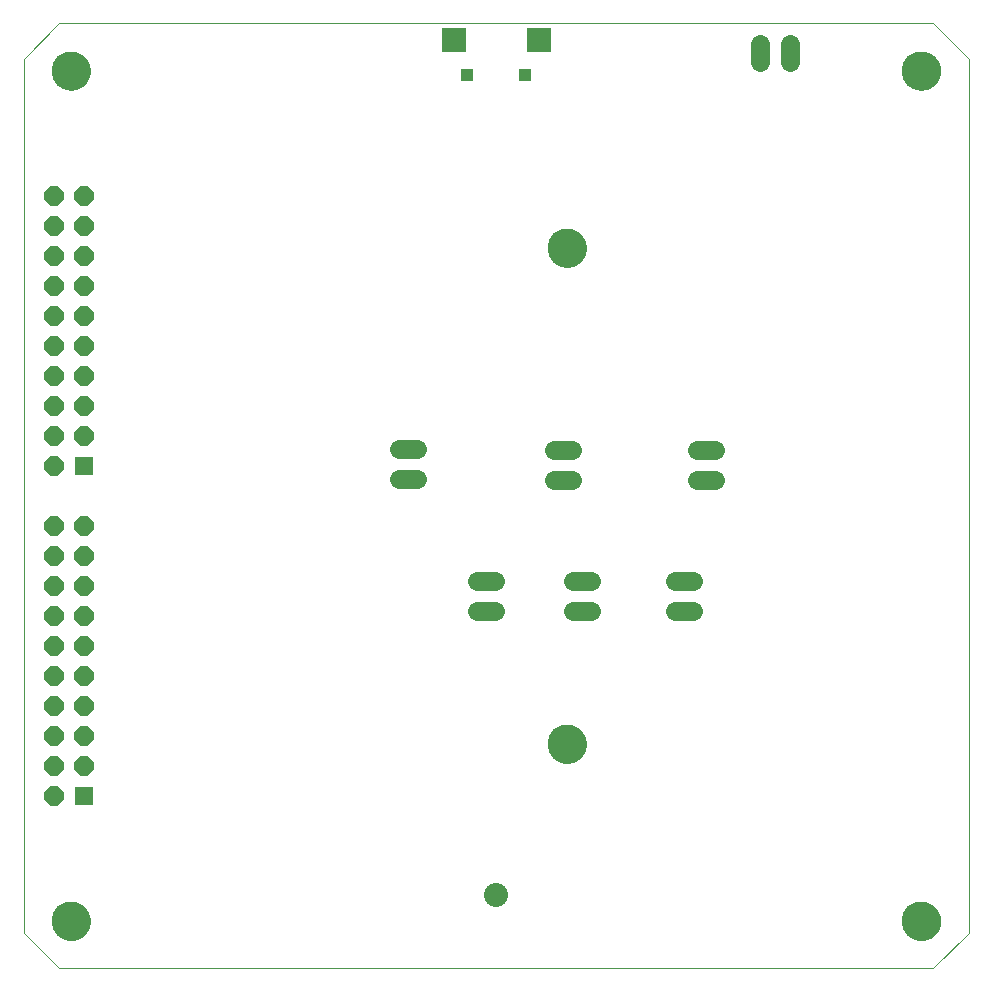
<source format=gbs>
G75*
%MOIN*%
%OFA0B0*%
%FSLAX25Y25*%
%IPPOS*%
%LPD*%
%AMOC8*
5,1,8,0,0,1.08239X$1,22.5*
%
%ADD10C,0.08000*%
%ADD11R,0.04172X0.04172*%
%ADD12R,0.08000X0.08000*%
%ADD13C,0.06400*%
%ADD14C,0.00000*%
%ADD15C,0.12998*%
%ADD16OC8,0.06400*%
%ADD17R,0.06400X0.06400*%
D10*
X0178500Y0041500D03*
D11*
X0168953Y0314874D03*
X0188047Y0314874D03*
D12*
X0192673Y0326291D03*
X0164327Y0326291D03*
D13*
X0266500Y0325000D02*
X0266500Y0319000D01*
X0276500Y0319000D02*
X0276500Y0325000D01*
X0251600Y0189800D02*
X0245600Y0189800D01*
X0245600Y0179800D02*
X0251600Y0179800D01*
X0244000Y0146000D02*
X0238000Y0146000D01*
X0238000Y0136000D02*
X0244000Y0136000D01*
X0210000Y0136000D02*
X0204000Y0136000D01*
X0204000Y0146000D02*
X0210000Y0146000D01*
X0178000Y0146000D02*
X0172000Y0146000D01*
X0172000Y0136000D02*
X0178000Y0136000D01*
X0197800Y0179900D02*
X0203800Y0179900D01*
X0203800Y0189900D02*
X0197800Y0189900D01*
X0152100Y0190000D02*
X0146100Y0190000D01*
X0146100Y0180000D02*
X0152100Y0180000D01*
D14*
X0021000Y0028811D02*
X0032811Y0017000D01*
X0324150Y0017000D01*
X0335961Y0028811D01*
X0335961Y0320150D01*
X0324150Y0331961D01*
X0032811Y0331961D01*
X0021000Y0320150D01*
X0021000Y0028811D01*
X0030449Y0032748D02*
X0030451Y0032906D01*
X0030457Y0033064D01*
X0030467Y0033222D01*
X0030481Y0033380D01*
X0030499Y0033537D01*
X0030520Y0033694D01*
X0030546Y0033850D01*
X0030576Y0034006D01*
X0030609Y0034161D01*
X0030647Y0034314D01*
X0030688Y0034467D01*
X0030733Y0034619D01*
X0030782Y0034770D01*
X0030835Y0034919D01*
X0030891Y0035067D01*
X0030951Y0035213D01*
X0031015Y0035358D01*
X0031083Y0035501D01*
X0031154Y0035643D01*
X0031228Y0035783D01*
X0031306Y0035920D01*
X0031388Y0036056D01*
X0031472Y0036190D01*
X0031561Y0036321D01*
X0031652Y0036450D01*
X0031747Y0036577D01*
X0031844Y0036702D01*
X0031945Y0036824D01*
X0032049Y0036943D01*
X0032156Y0037060D01*
X0032266Y0037174D01*
X0032379Y0037285D01*
X0032494Y0037394D01*
X0032612Y0037499D01*
X0032733Y0037601D01*
X0032856Y0037701D01*
X0032982Y0037797D01*
X0033110Y0037890D01*
X0033240Y0037980D01*
X0033373Y0038066D01*
X0033508Y0038150D01*
X0033644Y0038229D01*
X0033783Y0038306D01*
X0033924Y0038378D01*
X0034066Y0038448D01*
X0034210Y0038513D01*
X0034356Y0038575D01*
X0034503Y0038633D01*
X0034652Y0038688D01*
X0034802Y0038739D01*
X0034953Y0038786D01*
X0035105Y0038829D01*
X0035258Y0038868D01*
X0035413Y0038904D01*
X0035568Y0038935D01*
X0035724Y0038963D01*
X0035880Y0038987D01*
X0036037Y0039007D01*
X0036195Y0039023D01*
X0036352Y0039035D01*
X0036511Y0039043D01*
X0036669Y0039047D01*
X0036827Y0039047D01*
X0036985Y0039043D01*
X0037144Y0039035D01*
X0037301Y0039023D01*
X0037459Y0039007D01*
X0037616Y0038987D01*
X0037772Y0038963D01*
X0037928Y0038935D01*
X0038083Y0038904D01*
X0038238Y0038868D01*
X0038391Y0038829D01*
X0038543Y0038786D01*
X0038694Y0038739D01*
X0038844Y0038688D01*
X0038993Y0038633D01*
X0039140Y0038575D01*
X0039286Y0038513D01*
X0039430Y0038448D01*
X0039572Y0038378D01*
X0039713Y0038306D01*
X0039852Y0038229D01*
X0039988Y0038150D01*
X0040123Y0038066D01*
X0040256Y0037980D01*
X0040386Y0037890D01*
X0040514Y0037797D01*
X0040640Y0037701D01*
X0040763Y0037601D01*
X0040884Y0037499D01*
X0041002Y0037394D01*
X0041117Y0037285D01*
X0041230Y0037174D01*
X0041340Y0037060D01*
X0041447Y0036943D01*
X0041551Y0036824D01*
X0041652Y0036702D01*
X0041749Y0036577D01*
X0041844Y0036450D01*
X0041935Y0036321D01*
X0042024Y0036190D01*
X0042108Y0036056D01*
X0042190Y0035920D01*
X0042268Y0035783D01*
X0042342Y0035643D01*
X0042413Y0035501D01*
X0042481Y0035358D01*
X0042545Y0035213D01*
X0042605Y0035067D01*
X0042661Y0034919D01*
X0042714Y0034770D01*
X0042763Y0034619D01*
X0042808Y0034467D01*
X0042849Y0034314D01*
X0042887Y0034161D01*
X0042920Y0034006D01*
X0042950Y0033850D01*
X0042976Y0033694D01*
X0042997Y0033537D01*
X0043015Y0033380D01*
X0043029Y0033222D01*
X0043039Y0033064D01*
X0043045Y0032906D01*
X0043047Y0032748D01*
X0043045Y0032590D01*
X0043039Y0032432D01*
X0043029Y0032274D01*
X0043015Y0032116D01*
X0042997Y0031959D01*
X0042976Y0031802D01*
X0042950Y0031646D01*
X0042920Y0031490D01*
X0042887Y0031335D01*
X0042849Y0031182D01*
X0042808Y0031029D01*
X0042763Y0030877D01*
X0042714Y0030726D01*
X0042661Y0030577D01*
X0042605Y0030429D01*
X0042545Y0030283D01*
X0042481Y0030138D01*
X0042413Y0029995D01*
X0042342Y0029853D01*
X0042268Y0029713D01*
X0042190Y0029576D01*
X0042108Y0029440D01*
X0042024Y0029306D01*
X0041935Y0029175D01*
X0041844Y0029046D01*
X0041749Y0028919D01*
X0041652Y0028794D01*
X0041551Y0028672D01*
X0041447Y0028553D01*
X0041340Y0028436D01*
X0041230Y0028322D01*
X0041117Y0028211D01*
X0041002Y0028102D01*
X0040884Y0027997D01*
X0040763Y0027895D01*
X0040640Y0027795D01*
X0040514Y0027699D01*
X0040386Y0027606D01*
X0040256Y0027516D01*
X0040123Y0027430D01*
X0039988Y0027346D01*
X0039852Y0027267D01*
X0039713Y0027190D01*
X0039572Y0027118D01*
X0039430Y0027048D01*
X0039286Y0026983D01*
X0039140Y0026921D01*
X0038993Y0026863D01*
X0038844Y0026808D01*
X0038694Y0026757D01*
X0038543Y0026710D01*
X0038391Y0026667D01*
X0038238Y0026628D01*
X0038083Y0026592D01*
X0037928Y0026561D01*
X0037772Y0026533D01*
X0037616Y0026509D01*
X0037459Y0026489D01*
X0037301Y0026473D01*
X0037144Y0026461D01*
X0036985Y0026453D01*
X0036827Y0026449D01*
X0036669Y0026449D01*
X0036511Y0026453D01*
X0036352Y0026461D01*
X0036195Y0026473D01*
X0036037Y0026489D01*
X0035880Y0026509D01*
X0035724Y0026533D01*
X0035568Y0026561D01*
X0035413Y0026592D01*
X0035258Y0026628D01*
X0035105Y0026667D01*
X0034953Y0026710D01*
X0034802Y0026757D01*
X0034652Y0026808D01*
X0034503Y0026863D01*
X0034356Y0026921D01*
X0034210Y0026983D01*
X0034066Y0027048D01*
X0033924Y0027118D01*
X0033783Y0027190D01*
X0033644Y0027267D01*
X0033508Y0027346D01*
X0033373Y0027430D01*
X0033240Y0027516D01*
X0033110Y0027606D01*
X0032982Y0027699D01*
X0032856Y0027795D01*
X0032733Y0027895D01*
X0032612Y0027997D01*
X0032494Y0028102D01*
X0032379Y0028211D01*
X0032266Y0028322D01*
X0032156Y0028436D01*
X0032049Y0028553D01*
X0031945Y0028672D01*
X0031844Y0028794D01*
X0031747Y0028919D01*
X0031652Y0029046D01*
X0031561Y0029175D01*
X0031472Y0029306D01*
X0031388Y0029440D01*
X0031306Y0029576D01*
X0031228Y0029713D01*
X0031154Y0029853D01*
X0031083Y0029995D01*
X0031015Y0030138D01*
X0030951Y0030283D01*
X0030891Y0030429D01*
X0030835Y0030577D01*
X0030782Y0030726D01*
X0030733Y0030877D01*
X0030688Y0031029D01*
X0030647Y0031182D01*
X0030609Y0031335D01*
X0030576Y0031490D01*
X0030546Y0031646D01*
X0030520Y0031802D01*
X0030499Y0031959D01*
X0030481Y0032116D01*
X0030467Y0032274D01*
X0030457Y0032432D01*
X0030451Y0032590D01*
X0030449Y0032748D01*
X0195803Y0091803D02*
X0195805Y0091961D01*
X0195811Y0092119D01*
X0195821Y0092277D01*
X0195835Y0092435D01*
X0195853Y0092592D01*
X0195874Y0092749D01*
X0195900Y0092905D01*
X0195930Y0093061D01*
X0195963Y0093216D01*
X0196001Y0093369D01*
X0196042Y0093522D01*
X0196087Y0093674D01*
X0196136Y0093825D01*
X0196189Y0093974D01*
X0196245Y0094122D01*
X0196305Y0094268D01*
X0196369Y0094413D01*
X0196437Y0094556D01*
X0196508Y0094698D01*
X0196582Y0094838D01*
X0196660Y0094975D01*
X0196742Y0095111D01*
X0196826Y0095245D01*
X0196915Y0095376D01*
X0197006Y0095505D01*
X0197101Y0095632D01*
X0197198Y0095757D01*
X0197299Y0095879D01*
X0197403Y0095998D01*
X0197510Y0096115D01*
X0197620Y0096229D01*
X0197733Y0096340D01*
X0197848Y0096449D01*
X0197966Y0096554D01*
X0198087Y0096656D01*
X0198210Y0096756D01*
X0198336Y0096852D01*
X0198464Y0096945D01*
X0198594Y0097035D01*
X0198727Y0097121D01*
X0198862Y0097205D01*
X0198998Y0097284D01*
X0199137Y0097361D01*
X0199278Y0097433D01*
X0199420Y0097503D01*
X0199564Y0097568D01*
X0199710Y0097630D01*
X0199857Y0097688D01*
X0200006Y0097743D01*
X0200156Y0097794D01*
X0200307Y0097841D01*
X0200459Y0097884D01*
X0200612Y0097923D01*
X0200767Y0097959D01*
X0200922Y0097990D01*
X0201078Y0098018D01*
X0201234Y0098042D01*
X0201391Y0098062D01*
X0201549Y0098078D01*
X0201706Y0098090D01*
X0201865Y0098098D01*
X0202023Y0098102D01*
X0202181Y0098102D01*
X0202339Y0098098D01*
X0202498Y0098090D01*
X0202655Y0098078D01*
X0202813Y0098062D01*
X0202970Y0098042D01*
X0203126Y0098018D01*
X0203282Y0097990D01*
X0203437Y0097959D01*
X0203592Y0097923D01*
X0203745Y0097884D01*
X0203897Y0097841D01*
X0204048Y0097794D01*
X0204198Y0097743D01*
X0204347Y0097688D01*
X0204494Y0097630D01*
X0204640Y0097568D01*
X0204784Y0097503D01*
X0204926Y0097433D01*
X0205067Y0097361D01*
X0205206Y0097284D01*
X0205342Y0097205D01*
X0205477Y0097121D01*
X0205610Y0097035D01*
X0205740Y0096945D01*
X0205868Y0096852D01*
X0205994Y0096756D01*
X0206117Y0096656D01*
X0206238Y0096554D01*
X0206356Y0096449D01*
X0206471Y0096340D01*
X0206584Y0096229D01*
X0206694Y0096115D01*
X0206801Y0095998D01*
X0206905Y0095879D01*
X0207006Y0095757D01*
X0207103Y0095632D01*
X0207198Y0095505D01*
X0207289Y0095376D01*
X0207378Y0095245D01*
X0207462Y0095111D01*
X0207544Y0094975D01*
X0207622Y0094838D01*
X0207696Y0094698D01*
X0207767Y0094556D01*
X0207835Y0094413D01*
X0207899Y0094268D01*
X0207959Y0094122D01*
X0208015Y0093974D01*
X0208068Y0093825D01*
X0208117Y0093674D01*
X0208162Y0093522D01*
X0208203Y0093369D01*
X0208241Y0093216D01*
X0208274Y0093061D01*
X0208304Y0092905D01*
X0208330Y0092749D01*
X0208351Y0092592D01*
X0208369Y0092435D01*
X0208383Y0092277D01*
X0208393Y0092119D01*
X0208399Y0091961D01*
X0208401Y0091803D01*
X0208399Y0091645D01*
X0208393Y0091487D01*
X0208383Y0091329D01*
X0208369Y0091171D01*
X0208351Y0091014D01*
X0208330Y0090857D01*
X0208304Y0090701D01*
X0208274Y0090545D01*
X0208241Y0090390D01*
X0208203Y0090237D01*
X0208162Y0090084D01*
X0208117Y0089932D01*
X0208068Y0089781D01*
X0208015Y0089632D01*
X0207959Y0089484D01*
X0207899Y0089338D01*
X0207835Y0089193D01*
X0207767Y0089050D01*
X0207696Y0088908D01*
X0207622Y0088768D01*
X0207544Y0088631D01*
X0207462Y0088495D01*
X0207378Y0088361D01*
X0207289Y0088230D01*
X0207198Y0088101D01*
X0207103Y0087974D01*
X0207006Y0087849D01*
X0206905Y0087727D01*
X0206801Y0087608D01*
X0206694Y0087491D01*
X0206584Y0087377D01*
X0206471Y0087266D01*
X0206356Y0087157D01*
X0206238Y0087052D01*
X0206117Y0086950D01*
X0205994Y0086850D01*
X0205868Y0086754D01*
X0205740Y0086661D01*
X0205610Y0086571D01*
X0205477Y0086485D01*
X0205342Y0086401D01*
X0205206Y0086322D01*
X0205067Y0086245D01*
X0204926Y0086173D01*
X0204784Y0086103D01*
X0204640Y0086038D01*
X0204494Y0085976D01*
X0204347Y0085918D01*
X0204198Y0085863D01*
X0204048Y0085812D01*
X0203897Y0085765D01*
X0203745Y0085722D01*
X0203592Y0085683D01*
X0203437Y0085647D01*
X0203282Y0085616D01*
X0203126Y0085588D01*
X0202970Y0085564D01*
X0202813Y0085544D01*
X0202655Y0085528D01*
X0202498Y0085516D01*
X0202339Y0085508D01*
X0202181Y0085504D01*
X0202023Y0085504D01*
X0201865Y0085508D01*
X0201706Y0085516D01*
X0201549Y0085528D01*
X0201391Y0085544D01*
X0201234Y0085564D01*
X0201078Y0085588D01*
X0200922Y0085616D01*
X0200767Y0085647D01*
X0200612Y0085683D01*
X0200459Y0085722D01*
X0200307Y0085765D01*
X0200156Y0085812D01*
X0200006Y0085863D01*
X0199857Y0085918D01*
X0199710Y0085976D01*
X0199564Y0086038D01*
X0199420Y0086103D01*
X0199278Y0086173D01*
X0199137Y0086245D01*
X0198998Y0086322D01*
X0198862Y0086401D01*
X0198727Y0086485D01*
X0198594Y0086571D01*
X0198464Y0086661D01*
X0198336Y0086754D01*
X0198210Y0086850D01*
X0198087Y0086950D01*
X0197966Y0087052D01*
X0197848Y0087157D01*
X0197733Y0087266D01*
X0197620Y0087377D01*
X0197510Y0087491D01*
X0197403Y0087608D01*
X0197299Y0087727D01*
X0197198Y0087849D01*
X0197101Y0087974D01*
X0197006Y0088101D01*
X0196915Y0088230D01*
X0196826Y0088361D01*
X0196742Y0088495D01*
X0196660Y0088631D01*
X0196582Y0088768D01*
X0196508Y0088908D01*
X0196437Y0089050D01*
X0196369Y0089193D01*
X0196305Y0089338D01*
X0196245Y0089484D01*
X0196189Y0089632D01*
X0196136Y0089781D01*
X0196087Y0089932D01*
X0196042Y0090084D01*
X0196001Y0090237D01*
X0195963Y0090390D01*
X0195930Y0090545D01*
X0195900Y0090701D01*
X0195874Y0090857D01*
X0195853Y0091014D01*
X0195835Y0091171D01*
X0195821Y0091329D01*
X0195811Y0091487D01*
X0195805Y0091645D01*
X0195803Y0091803D01*
X0313914Y0032748D02*
X0313916Y0032906D01*
X0313922Y0033064D01*
X0313932Y0033222D01*
X0313946Y0033380D01*
X0313964Y0033537D01*
X0313985Y0033694D01*
X0314011Y0033850D01*
X0314041Y0034006D01*
X0314074Y0034161D01*
X0314112Y0034314D01*
X0314153Y0034467D01*
X0314198Y0034619D01*
X0314247Y0034770D01*
X0314300Y0034919D01*
X0314356Y0035067D01*
X0314416Y0035213D01*
X0314480Y0035358D01*
X0314548Y0035501D01*
X0314619Y0035643D01*
X0314693Y0035783D01*
X0314771Y0035920D01*
X0314853Y0036056D01*
X0314937Y0036190D01*
X0315026Y0036321D01*
X0315117Y0036450D01*
X0315212Y0036577D01*
X0315309Y0036702D01*
X0315410Y0036824D01*
X0315514Y0036943D01*
X0315621Y0037060D01*
X0315731Y0037174D01*
X0315844Y0037285D01*
X0315959Y0037394D01*
X0316077Y0037499D01*
X0316198Y0037601D01*
X0316321Y0037701D01*
X0316447Y0037797D01*
X0316575Y0037890D01*
X0316705Y0037980D01*
X0316838Y0038066D01*
X0316973Y0038150D01*
X0317109Y0038229D01*
X0317248Y0038306D01*
X0317389Y0038378D01*
X0317531Y0038448D01*
X0317675Y0038513D01*
X0317821Y0038575D01*
X0317968Y0038633D01*
X0318117Y0038688D01*
X0318267Y0038739D01*
X0318418Y0038786D01*
X0318570Y0038829D01*
X0318723Y0038868D01*
X0318878Y0038904D01*
X0319033Y0038935D01*
X0319189Y0038963D01*
X0319345Y0038987D01*
X0319502Y0039007D01*
X0319660Y0039023D01*
X0319817Y0039035D01*
X0319976Y0039043D01*
X0320134Y0039047D01*
X0320292Y0039047D01*
X0320450Y0039043D01*
X0320609Y0039035D01*
X0320766Y0039023D01*
X0320924Y0039007D01*
X0321081Y0038987D01*
X0321237Y0038963D01*
X0321393Y0038935D01*
X0321548Y0038904D01*
X0321703Y0038868D01*
X0321856Y0038829D01*
X0322008Y0038786D01*
X0322159Y0038739D01*
X0322309Y0038688D01*
X0322458Y0038633D01*
X0322605Y0038575D01*
X0322751Y0038513D01*
X0322895Y0038448D01*
X0323037Y0038378D01*
X0323178Y0038306D01*
X0323317Y0038229D01*
X0323453Y0038150D01*
X0323588Y0038066D01*
X0323721Y0037980D01*
X0323851Y0037890D01*
X0323979Y0037797D01*
X0324105Y0037701D01*
X0324228Y0037601D01*
X0324349Y0037499D01*
X0324467Y0037394D01*
X0324582Y0037285D01*
X0324695Y0037174D01*
X0324805Y0037060D01*
X0324912Y0036943D01*
X0325016Y0036824D01*
X0325117Y0036702D01*
X0325214Y0036577D01*
X0325309Y0036450D01*
X0325400Y0036321D01*
X0325489Y0036190D01*
X0325573Y0036056D01*
X0325655Y0035920D01*
X0325733Y0035783D01*
X0325807Y0035643D01*
X0325878Y0035501D01*
X0325946Y0035358D01*
X0326010Y0035213D01*
X0326070Y0035067D01*
X0326126Y0034919D01*
X0326179Y0034770D01*
X0326228Y0034619D01*
X0326273Y0034467D01*
X0326314Y0034314D01*
X0326352Y0034161D01*
X0326385Y0034006D01*
X0326415Y0033850D01*
X0326441Y0033694D01*
X0326462Y0033537D01*
X0326480Y0033380D01*
X0326494Y0033222D01*
X0326504Y0033064D01*
X0326510Y0032906D01*
X0326512Y0032748D01*
X0326510Y0032590D01*
X0326504Y0032432D01*
X0326494Y0032274D01*
X0326480Y0032116D01*
X0326462Y0031959D01*
X0326441Y0031802D01*
X0326415Y0031646D01*
X0326385Y0031490D01*
X0326352Y0031335D01*
X0326314Y0031182D01*
X0326273Y0031029D01*
X0326228Y0030877D01*
X0326179Y0030726D01*
X0326126Y0030577D01*
X0326070Y0030429D01*
X0326010Y0030283D01*
X0325946Y0030138D01*
X0325878Y0029995D01*
X0325807Y0029853D01*
X0325733Y0029713D01*
X0325655Y0029576D01*
X0325573Y0029440D01*
X0325489Y0029306D01*
X0325400Y0029175D01*
X0325309Y0029046D01*
X0325214Y0028919D01*
X0325117Y0028794D01*
X0325016Y0028672D01*
X0324912Y0028553D01*
X0324805Y0028436D01*
X0324695Y0028322D01*
X0324582Y0028211D01*
X0324467Y0028102D01*
X0324349Y0027997D01*
X0324228Y0027895D01*
X0324105Y0027795D01*
X0323979Y0027699D01*
X0323851Y0027606D01*
X0323721Y0027516D01*
X0323588Y0027430D01*
X0323453Y0027346D01*
X0323317Y0027267D01*
X0323178Y0027190D01*
X0323037Y0027118D01*
X0322895Y0027048D01*
X0322751Y0026983D01*
X0322605Y0026921D01*
X0322458Y0026863D01*
X0322309Y0026808D01*
X0322159Y0026757D01*
X0322008Y0026710D01*
X0321856Y0026667D01*
X0321703Y0026628D01*
X0321548Y0026592D01*
X0321393Y0026561D01*
X0321237Y0026533D01*
X0321081Y0026509D01*
X0320924Y0026489D01*
X0320766Y0026473D01*
X0320609Y0026461D01*
X0320450Y0026453D01*
X0320292Y0026449D01*
X0320134Y0026449D01*
X0319976Y0026453D01*
X0319817Y0026461D01*
X0319660Y0026473D01*
X0319502Y0026489D01*
X0319345Y0026509D01*
X0319189Y0026533D01*
X0319033Y0026561D01*
X0318878Y0026592D01*
X0318723Y0026628D01*
X0318570Y0026667D01*
X0318418Y0026710D01*
X0318267Y0026757D01*
X0318117Y0026808D01*
X0317968Y0026863D01*
X0317821Y0026921D01*
X0317675Y0026983D01*
X0317531Y0027048D01*
X0317389Y0027118D01*
X0317248Y0027190D01*
X0317109Y0027267D01*
X0316973Y0027346D01*
X0316838Y0027430D01*
X0316705Y0027516D01*
X0316575Y0027606D01*
X0316447Y0027699D01*
X0316321Y0027795D01*
X0316198Y0027895D01*
X0316077Y0027997D01*
X0315959Y0028102D01*
X0315844Y0028211D01*
X0315731Y0028322D01*
X0315621Y0028436D01*
X0315514Y0028553D01*
X0315410Y0028672D01*
X0315309Y0028794D01*
X0315212Y0028919D01*
X0315117Y0029046D01*
X0315026Y0029175D01*
X0314937Y0029306D01*
X0314853Y0029440D01*
X0314771Y0029576D01*
X0314693Y0029713D01*
X0314619Y0029853D01*
X0314548Y0029995D01*
X0314480Y0030138D01*
X0314416Y0030283D01*
X0314356Y0030429D01*
X0314300Y0030577D01*
X0314247Y0030726D01*
X0314198Y0030877D01*
X0314153Y0031029D01*
X0314112Y0031182D01*
X0314074Y0031335D01*
X0314041Y0031490D01*
X0314011Y0031646D01*
X0313985Y0031802D01*
X0313964Y0031959D01*
X0313946Y0032116D01*
X0313932Y0032274D01*
X0313922Y0032432D01*
X0313916Y0032590D01*
X0313914Y0032748D01*
X0195803Y0257157D02*
X0195805Y0257315D01*
X0195811Y0257473D01*
X0195821Y0257631D01*
X0195835Y0257789D01*
X0195853Y0257946D01*
X0195874Y0258103D01*
X0195900Y0258259D01*
X0195930Y0258415D01*
X0195963Y0258570D01*
X0196001Y0258723D01*
X0196042Y0258876D01*
X0196087Y0259028D01*
X0196136Y0259179D01*
X0196189Y0259328D01*
X0196245Y0259476D01*
X0196305Y0259622D01*
X0196369Y0259767D01*
X0196437Y0259910D01*
X0196508Y0260052D01*
X0196582Y0260192D01*
X0196660Y0260329D01*
X0196742Y0260465D01*
X0196826Y0260599D01*
X0196915Y0260730D01*
X0197006Y0260859D01*
X0197101Y0260986D01*
X0197198Y0261111D01*
X0197299Y0261233D01*
X0197403Y0261352D01*
X0197510Y0261469D01*
X0197620Y0261583D01*
X0197733Y0261694D01*
X0197848Y0261803D01*
X0197966Y0261908D01*
X0198087Y0262010D01*
X0198210Y0262110D01*
X0198336Y0262206D01*
X0198464Y0262299D01*
X0198594Y0262389D01*
X0198727Y0262475D01*
X0198862Y0262559D01*
X0198998Y0262638D01*
X0199137Y0262715D01*
X0199278Y0262787D01*
X0199420Y0262857D01*
X0199564Y0262922D01*
X0199710Y0262984D01*
X0199857Y0263042D01*
X0200006Y0263097D01*
X0200156Y0263148D01*
X0200307Y0263195D01*
X0200459Y0263238D01*
X0200612Y0263277D01*
X0200767Y0263313D01*
X0200922Y0263344D01*
X0201078Y0263372D01*
X0201234Y0263396D01*
X0201391Y0263416D01*
X0201549Y0263432D01*
X0201706Y0263444D01*
X0201865Y0263452D01*
X0202023Y0263456D01*
X0202181Y0263456D01*
X0202339Y0263452D01*
X0202498Y0263444D01*
X0202655Y0263432D01*
X0202813Y0263416D01*
X0202970Y0263396D01*
X0203126Y0263372D01*
X0203282Y0263344D01*
X0203437Y0263313D01*
X0203592Y0263277D01*
X0203745Y0263238D01*
X0203897Y0263195D01*
X0204048Y0263148D01*
X0204198Y0263097D01*
X0204347Y0263042D01*
X0204494Y0262984D01*
X0204640Y0262922D01*
X0204784Y0262857D01*
X0204926Y0262787D01*
X0205067Y0262715D01*
X0205206Y0262638D01*
X0205342Y0262559D01*
X0205477Y0262475D01*
X0205610Y0262389D01*
X0205740Y0262299D01*
X0205868Y0262206D01*
X0205994Y0262110D01*
X0206117Y0262010D01*
X0206238Y0261908D01*
X0206356Y0261803D01*
X0206471Y0261694D01*
X0206584Y0261583D01*
X0206694Y0261469D01*
X0206801Y0261352D01*
X0206905Y0261233D01*
X0207006Y0261111D01*
X0207103Y0260986D01*
X0207198Y0260859D01*
X0207289Y0260730D01*
X0207378Y0260599D01*
X0207462Y0260465D01*
X0207544Y0260329D01*
X0207622Y0260192D01*
X0207696Y0260052D01*
X0207767Y0259910D01*
X0207835Y0259767D01*
X0207899Y0259622D01*
X0207959Y0259476D01*
X0208015Y0259328D01*
X0208068Y0259179D01*
X0208117Y0259028D01*
X0208162Y0258876D01*
X0208203Y0258723D01*
X0208241Y0258570D01*
X0208274Y0258415D01*
X0208304Y0258259D01*
X0208330Y0258103D01*
X0208351Y0257946D01*
X0208369Y0257789D01*
X0208383Y0257631D01*
X0208393Y0257473D01*
X0208399Y0257315D01*
X0208401Y0257157D01*
X0208399Y0256999D01*
X0208393Y0256841D01*
X0208383Y0256683D01*
X0208369Y0256525D01*
X0208351Y0256368D01*
X0208330Y0256211D01*
X0208304Y0256055D01*
X0208274Y0255899D01*
X0208241Y0255744D01*
X0208203Y0255591D01*
X0208162Y0255438D01*
X0208117Y0255286D01*
X0208068Y0255135D01*
X0208015Y0254986D01*
X0207959Y0254838D01*
X0207899Y0254692D01*
X0207835Y0254547D01*
X0207767Y0254404D01*
X0207696Y0254262D01*
X0207622Y0254122D01*
X0207544Y0253985D01*
X0207462Y0253849D01*
X0207378Y0253715D01*
X0207289Y0253584D01*
X0207198Y0253455D01*
X0207103Y0253328D01*
X0207006Y0253203D01*
X0206905Y0253081D01*
X0206801Y0252962D01*
X0206694Y0252845D01*
X0206584Y0252731D01*
X0206471Y0252620D01*
X0206356Y0252511D01*
X0206238Y0252406D01*
X0206117Y0252304D01*
X0205994Y0252204D01*
X0205868Y0252108D01*
X0205740Y0252015D01*
X0205610Y0251925D01*
X0205477Y0251839D01*
X0205342Y0251755D01*
X0205206Y0251676D01*
X0205067Y0251599D01*
X0204926Y0251527D01*
X0204784Y0251457D01*
X0204640Y0251392D01*
X0204494Y0251330D01*
X0204347Y0251272D01*
X0204198Y0251217D01*
X0204048Y0251166D01*
X0203897Y0251119D01*
X0203745Y0251076D01*
X0203592Y0251037D01*
X0203437Y0251001D01*
X0203282Y0250970D01*
X0203126Y0250942D01*
X0202970Y0250918D01*
X0202813Y0250898D01*
X0202655Y0250882D01*
X0202498Y0250870D01*
X0202339Y0250862D01*
X0202181Y0250858D01*
X0202023Y0250858D01*
X0201865Y0250862D01*
X0201706Y0250870D01*
X0201549Y0250882D01*
X0201391Y0250898D01*
X0201234Y0250918D01*
X0201078Y0250942D01*
X0200922Y0250970D01*
X0200767Y0251001D01*
X0200612Y0251037D01*
X0200459Y0251076D01*
X0200307Y0251119D01*
X0200156Y0251166D01*
X0200006Y0251217D01*
X0199857Y0251272D01*
X0199710Y0251330D01*
X0199564Y0251392D01*
X0199420Y0251457D01*
X0199278Y0251527D01*
X0199137Y0251599D01*
X0198998Y0251676D01*
X0198862Y0251755D01*
X0198727Y0251839D01*
X0198594Y0251925D01*
X0198464Y0252015D01*
X0198336Y0252108D01*
X0198210Y0252204D01*
X0198087Y0252304D01*
X0197966Y0252406D01*
X0197848Y0252511D01*
X0197733Y0252620D01*
X0197620Y0252731D01*
X0197510Y0252845D01*
X0197403Y0252962D01*
X0197299Y0253081D01*
X0197198Y0253203D01*
X0197101Y0253328D01*
X0197006Y0253455D01*
X0196915Y0253584D01*
X0196826Y0253715D01*
X0196742Y0253849D01*
X0196660Y0253985D01*
X0196582Y0254122D01*
X0196508Y0254262D01*
X0196437Y0254404D01*
X0196369Y0254547D01*
X0196305Y0254692D01*
X0196245Y0254838D01*
X0196189Y0254986D01*
X0196136Y0255135D01*
X0196087Y0255286D01*
X0196042Y0255438D01*
X0196001Y0255591D01*
X0195963Y0255744D01*
X0195930Y0255899D01*
X0195900Y0256055D01*
X0195874Y0256211D01*
X0195853Y0256368D01*
X0195835Y0256525D01*
X0195821Y0256683D01*
X0195811Y0256841D01*
X0195805Y0256999D01*
X0195803Y0257157D01*
X0313914Y0316213D02*
X0313916Y0316371D01*
X0313922Y0316529D01*
X0313932Y0316687D01*
X0313946Y0316845D01*
X0313964Y0317002D01*
X0313985Y0317159D01*
X0314011Y0317315D01*
X0314041Y0317471D01*
X0314074Y0317626D01*
X0314112Y0317779D01*
X0314153Y0317932D01*
X0314198Y0318084D01*
X0314247Y0318235D01*
X0314300Y0318384D01*
X0314356Y0318532D01*
X0314416Y0318678D01*
X0314480Y0318823D01*
X0314548Y0318966D01*
X0314619Y0319108D01*
X0314693Y0319248D01*
X0314771Y0319385D01*
X0314853Y0319521D01*
X0314937Y0319655D01*
X0315026Y0319786D01*
X0315117Y0319915D01*
X0315212Y0320042D01*
X0315309Y0320167D01*
X0315410Y0320289D01*
X0315514Y0320408D01*
X0315621Y0320525D01*
X0315731Y0320639D01*
X0315844Y0320750D01*
X0315959Y0320859D01*
X0316077Y0320964D01*
X0316198Y0321066D01*
X0316321Y0321166D01*
X0316447Y0321262D01*
X0316575Y0321355D01*
X0316705Y0321445D01*
X0316838Y0321531D01*
X0316973Y0321615D01*
X0317109Y0321694D01*
X0317248Y0321771D01*
X0317389Y0321843D01*
X0317531Y0321913D01*
X0317675Y0321978D01*
X0317821Y0322040D01*
X0317968Y0322098D01*
X0318117Y0322153D01*
X0318267Y0322204D01*
X0318418Y0322251D01*
X0318570Y0322294D01*
X0318723Y0322333D01*
X0318878Y0322369D01*
X0319033Y0322400D01*
X0319189Y0322428D01*
X0319345Y0322452D01*
X0319502Y0322472D01*
X0319660Y0322488D01*
X0319817Y0322500D01*
X0319976Y0322508D01*
X0320134Y0322512D01*
X0320292Y0322512D01*
X0320450Y0322508D01*
X0320609Y0322500D01*
X0320766Y0322488D01*
X0320924Y0322472D01*
X0321081Y0322452D01*
X0321237Y0322428D01*
X0321393Y0322400D01*
X0321548Y0322369D01*
X0321703Y0322333D01*
X0321856Y0322294D01*
X0322008Y0322251D01*
X0322159Y0322204D01*
X0322309Y0322153D01*
X0322458Y0322098D01*
X0322605Y0322040D01*
X0322751Y0321978D01*
X0322895Y0321913D01*
X0323037Y0321843D01*
X0323178Y0321771D01*
X0323317Y0321694D01*
X0323453Y0321615D01*
X0323588Y0321531D01*
X0323721Y0321445D01*
X0323851Y0321355D01*
X0323979Y0321262D01*
X0324105Y0321166D01*
X0324228Y0321066D01*
X0324349Y0320964D01*
X0324467Y0320859D01*
X0324582Y0320750D01*
X0324695Y0320639D01*
X0324805Y0320525D01*
X0324912Y0320408D01*
X0325016Y0320289D01*
X0325117Y0320167D01*
X0325214Y0320042D01*
X0325309Y0319915D01*
X0325400Y0319786D01*
X0325489Y0319655D01*
X0325573Y0319521D01*
X0325655Y0319385D01*
X0325733Y0319248D01*
X0325807Y0319108D01*
X0325878Y0318966D01*
X0325946Y0318823D01*
X0326010Y0318678D01*
X0326070Y0318532D01*
X0326126Y0318384D01*
X0326179Y0318235D01*
X0326228Y0318084D01*
X0326273Y0317932D01*
X0326314Y0317779D01*
X0326352Y0317626D01*
X0326385Y0317471D01*
X0326415Y0317315D01*
X0326441Y0317159D01*
X0326462Y0317002D01*
X0326480Y0316845D01*
X0326494Y0316687D01*
X0326504Y0316529D01*
X0326510Y0316371D01*
X0326512Y0316213D01*
X0326510Y0316055D01*
X0326504Y0315897D01*
X0326494Y0315739D01*
X0326480Y0315581D01*
X0326462Y0315424D01*
X0326441Y0315267D01*
X0326415Y0315111D01*
X0326385Y0314955D01*
X0326352Y0314800D01*
X0326314Y0314647D01*
X0326273Y0314494D01*
X0326228Y0314342D01*
X0326179Y0314191D01*
X0326126Y0314042D01*
X0326070Y0313894D01*
X0326010Y0313748D01*
X0325946Y0313603D01*
X0325878Y0313460D01*
X0325807Y0313318D01*
X0325733Y0313178D01*
X0325655Y0313041D01*
X0325573Y0312905D01*
X0325489Y0312771D01*
X0325400Y0312640D01*
X0325309Y0312511D01*
X0325214Y0312384D01*
X0325117Y0312259D01*
X0325016Y0312137D01*
X0324912Y0312018D01*
X0324805Y0311901D01*
X0324695Y0311787D01*
X0324582Y0311676D01*
X0324467Y0311567D01*
X0324349Y0311462D01*
X0324228Y0311360D01*
X0324105Y0311260D01*
X0323979Y0311164D01*
X0323851Y0311071D01*
X0323721Y0310981D01*
X0323588Y0310895D01*
X0323453Y0310811D01*
X0323317Y0310732D01*
X0323178Y0310655D01*
X0323037Y0310583D01*
X0322895Y0310513D01*
X0322751Y0310448D01*
X0322605Y0310386D01*
X0322458Y0310328D01*
X0322309Y0310273D01*
X0322159Y0310222D01*
X0322008Y0310175D01*
X0321856Y0310132D01*
X0321703Y0310093D01*
X0321548Y0310057D01*
X0321393Y0310026D01*
X0321237Y0309998D01*
X0321081Y0309974D01*
X0320924Y0309954D01*
X0320766Y0309938D01*
X0320609Y0309926D01*
X0320450Y0309918D01*
X0320292Y0309914D01*
X0320134Y0309914D01*
X0319976Y0309918D01*
X0319817Y0309926D01*
X0319660Y0309938D01*
X0319502Y0309954D01*
X0319345Y0309974D01*
X0319189Y0309998D01*
X0319033Y0310026D01*
X0318878Y0310057D01*
X0318723Y0310093D01*
X0318570Y0310132D01*
X0318418Y0310175D01*
X0318267Y0310222D01*
X0318117Y0310273D01*
X0317968Y0310328D01*
X0317821Y0310386D01*
X0317675Y0310448D01*
X0317531Y0310513D01*
X0317389Y0310583D01*
X0317248Y0310655D01*
X0317109Y0310732D01*
X0316973Y0310811D01*
X0316838Y0310895D01*
X0316705Y0310981D01*
X0316575Y0311071D01*
X0316447Y0311164D01*
X0316321Y0311260D01*
X0316198Y0311360D01*
X0316077Y0311462D01*
X0315959Y0311567D01*
X0315844Y0311676D01*
X0315731Y0311787D01*
X0315621Y0311901D01*
X0315514Y0312018D01*
X0315410Y0312137D01*
X0315309Y0312259D01*
X0315212Y0312384D01*
X0315117Y0312511D01*
X0315026Y0312640D01*
X0314937Y0312771D01*
X0314853Y0312905D01*
X0314771Y0313041D01*
X0314693Y0313178D01*
X0314619Y0313318D01*
X0314548Y0313460D01*
X0314480Y0313603D01*
X0314416Y0313748D01*
X0314356Y0313894D01*
X0314300Y0314042D01*
X0314247Y0314191D01*
X0314198Y0314342D01*
X0314153Y0314494D01*
X0314112Y0314647D01*
X0314074Y0314800D01*
X0314041Y0314955D01*
X0314011Y0315111D01*
X0313985Y0315267D01*
X0313964Y0315424D01*
X0313946Y0315581D01*
X0313932Y0315739D01*
X0313922Y0315897D01*
X0313916Y0316055D01*
X0313914Y0316213D01*
X0030449Y0316213D02*
X0030451Y0316371D01*
X0030457Y0316529D01*
X0030467Y0316687D01*
X0030481Y0316845D01*
X0030499Y0317002D01*
X0030520Y0317159D01*
X0030546Y0317315D01*
X0030576Y0317471D01*
X0030609Y0317626D01*
X0030647Y0317779D01*
X0030688Y0317932D01*
X0030733Y0318084D01*
X0030782Y0318235D01*
X0030835Y0318384D01*
X0030891Y0318532D01*
X0030951Y0318678D01*
X0031015Y0318823D01*
X0031083Y0318966D01*
X0031154Y0319108D01*
X0031228Y0319248D01*
X0031306Y0319385D01*
X0031388Y0319521D01*
X0031472Y0319655D01*
X0031561Y0319786D01*
X0031652Y0319915D01*
X0031747Y0320042D01*
X0031844Y0320167D01*
X0031945Y0320289D01*
X0032049Y0320408D01*
X0032156Y0320525D01*
X0032266Y0320639D01*
X0032379Y0320750D01*
X0032494Y0320859D01*
X0032612Y0320964D01*
X0032733Y0321066D01*
X0032856Y0321166D01*
X0032982Y0321262D01*
X0033110Y0321355D01*
X0033240Y0321445D01*
X0033373Y0321531D01*
X0033508Y0321615D01*
X0033644Y0321694D01*
X0033783Y0321771D01*
X0033924Y0321843D01*
X0034066Y0321913D01*
X0034210Y0321978D01*
X0034356Y0322040D01*
X0034503Y0322098D01*
X0034652Y0322153D01*
X0034802Y0322204D01*
X0034953Y0322251D01*
X0035105Y0322294D01*
X0035258Y0322333D01*
X0035413Y0322369D01*
X0035568Y0322400D01*
X0035724Y0322428D01*
X0035880Y0322452D01*
X0036037Y0322472D01*
X0036195Y0322488D01*
X0036352Y0322500D01*
X0036511Y0322508D01*
X0036669Y0322512D01*
X0036827Y0322512D01*
X0036985Y0322508D01*
X0037144Y0322500D01*
X0037301Y0322488D01*
X0037459Y0322472D01*
X0037616Y0322452D01*
X0037772Y0322428D01*
X0037928Y0322400D01*
X0038083Y0322369D01*
X0038238Y0322333D01*
X0038391Y0322294D01*
X0038543Y0322251D01*
X0038694Y0322204D01*
X0038844Y0322153D01*
X0038993Y0322098D01*
X0039140Y0322040D01*
X0039286Y0321978D01*
X0039430Y0321913D01*
X0039572Y0321843D01*
X0039713Y0321771D01*
X0039852Y0321694D01*
X0039988Y0321615D01*
X0040123Y0321531D01*
X0040256Y0321445D01*
X0040386Y0321355D01*
X0040514Y0321262D01*
X0040640Y0321166D01*
X0040763Y0321066D01*
X0040884Y0320964D01*
X0041002Y0320859D01*
X0041117Y0320750D01*
X0041230Y0320639D01*
X0041340Y0320525D01*
X0041447Y0320408D01*
X0041551Y0320289D01*
X0041652Y0320167D01*
X0041749Y0320042D01*
X0041844Y0319915D01*
X0041935Y0319786D01*
X0042024Y0319655D01*
X0042108Y0319521D01*
X0042190Y0319385D01*
X0042268Y0319248D01*
X0042342Y0319108D01*
X0042413Y0318966D01*
X0042481Y0318823D01*
X0042545Y0318678D01*
X0042605Y0318532D01*
X0042661Y0318384D01*
X0042714Y0318235D01*
X0042763Y0318084D01*
X0042808Y0317932D01*
X0042849Y0317779D01*
X0042887Y0317626D01*
X0042920Y0317471D01*
X0042950Y0317315D01*
X0042976Y0317159D01*
X0042997Y0317002D01*
X0043015Y0316845D01*
X0043029Y0316687D01*
X0043039Y0316529D01*
X0043045Y0316371D01*
X0043047Y0316213D01*
X0043045Y0316055D01*
X0043039Y0315897D01*
X0043029Y0315739D01*
X0043015Y0315581D01*
X0042997Y0315424D01*
X0042976Y0315267D01*
X0042950Y0315111D01*
X0042920Y0314955D01*
X0042887Y0314800D01*
X0042849Y0314647D01*
X0042808Y0314494D01*
X0042763Y0314342D01*
X0042714Y0314191D01*
X0042661Y0314042D01*
X0042605Y0313894D01*
X0042545Y0313748D01*
X0042481Y0313603D01*
X0042413Y0313460D01*
X0042342Y0313318D01*
X0042268Y0313178D01*
X0042190Y0313041D01*
X0042108Y0312905D01*
X0042024Y0312771D01*
X0041935Y0312640D01*
X0041844Y0312511D01*
X0041749Y0312384D01*
X0041652Y0312259D01*
X0041551Y0312137D01*
X0041447Y0312018D01*
X0041340Y0311901D01*
X0041230Y0311787D01*
X0041117Y0311676D01*
X0041002Y0311567D01*
X0040884Y0311462D01*
X0040763Y0311360D01*
X0040640Y0311260D01*
X0040514Y0311164D01*
X0040386Y0311071D01*
X0040256Y0310981D01*
X0040123Y0310895D01*
X0039988Y0310811D01*
X0039852Y0310732D01*
X0039713Y0310655D01*
X0039572Y0310583D01*
X0039430Y0310513D01*
X0039286Y0310448D01*
X0039140Y0310386D01*
X0038993Y0310328D01*
X0038844Y0310273D01*
X0038694Y0310222D01*
X0038543Y0310175D01*
X0038391Y0310132D01*
X0038238Y0310093D01*
X0038083Y0310057D01*
X0037928Y0310026D01*
X0037772Y0309998D01*
X0037616Y0309974D01*
X0037459Y0309954D01*
X0037301Y0309938D01*
X0037144Y0309926D01*
X0036985Y0309918D01*
X0036827Y0309914D01*
X0036669Y0309914D01*
X0036511Y0309918D01*
X0036352Y0309926D01*
X0036195Y0309938D01*
X0036037Y0309954D01*
X0035880Y0309974D01*
X0035724Y0309998D01*
X0035568Y0310026D01*
X0035413Y0310057D01*
X0035258Y0310093D01*
X0035105Y0310132D01*
X0034953Y0310175D01*
X0034802Y0310222D01*
X0034652Y0310273D01*
X0034503Y0310328D01*
X0034356Y0310386D01*
X0034210Y0310448D01*
X0034066Y0310513D01*
X0033924Y0310583D01*
X0033783Y0310655D01*
X0033644Y0310732D01*
X0033508Y0310811D01*
X0033373Y0310895D01*
X0033240Y0310981D01*
X0033110Y0311071D01*
X0032982Y0311164D01*
X0032856Y0311260D01*
X0032733Y0311360D01*
X0032612Y0311462D01*
X0032494Y0311567D01*
X0032379Y0311676D01*
X0032266Y0311787D01*
X0032156Y0311901D01*
X0032049Y0312018D01*
X0031945Y0312137D01*
X0031844Y0312259D01*
X0031747Y0312384D01*
X0031652Y0312511D01*
X0031561Y0312640D01*
X0031472Y0312771D01*
X0031388Y0312905D01*
X0031306Y0313041D01*
X0031228Y0313178D01*
X0031154Y0313318D01*
X0031083Y0313460D01*
X0031015Y0313603D01*
X0030951Y0313748D01*
X0030891Y0313894D01*
X0030835Y0314042D01*
X0030782Y0314191D01*
X0030733Y0314342D01*
X0030688Y0314494D01*
X0030647Y0314647D01*
X0030609Y0314800D01*
X0030576Y0314955D01*
X0030546Y0315111D01*
X0030520Y0315267D01*
X0030499Y0315424D01*
X0030481Y0315581D01*
X0030467Y0315739D01*
X0030457Y0315897D01*
X0030451Y0316055D01*
X0030449Y0316213D01*
D15*
X0036748Y0316213D03*
X0202102Y0257157D03*
X0320213Y0316213D03*
X0202102Y0091803D03*
X0320213Y0032748D03*
X0036748Y0032748D03*
D16*
X0030961Y0074461D03*
X0030961Y0084461D03*
X0030961Y0094461D03*
X0030961Y0104461D03*
X0030961Y0114461D03*
X0030961Y0124461D03*
X0030961Y0134461D03*
X0030961Y0144461D03*
X0030961Y0154461D03*
X0030961Y0164461D03*
X0040961Y0164461D03*
X0040961Y0154461D03*
X0040961Y0144461D03*
X0040961Y0134461D03*
X0040961Y0124461D03*
X0040961Y0114461D03*
X0040961Y0104461D03*
X0040961Y0094461D03*
X0040961Y0084461D03*
X0030961Y0184461D03*
X0030961Y0194461D03*
X0030961Y0204461D03*
X0030961Y0214461D03*
X0030961Y0224461D03*
X0030961Y0234461D03*
X0030961Y0244461D03*
X0030961Y0254461D03*
X0030961Y0264461D03*
X0030961Y0274461D03*
X0040961Y0274461D03*
X0040961Y0264461D03*
X0040961Y0254461D03*
X0040961Y0244461D03*
X0040961Y0234461D03*
X0040961Y0224461D03*
X0040961Y0214461D03*
X0040961Y0204461D03*
X0040961Y0194461D03*
D17*
X0040961Y0184461D03*
X0040961Y0074461D03*
M02*

</source>
